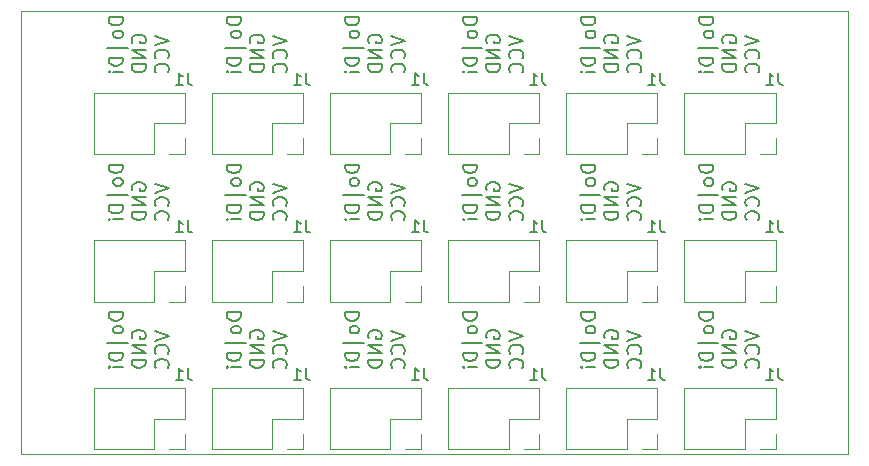
<source format=gbr>
G04 #@! TF.GenerationSoftware,KiCad,Pcbnew,5.1.10-88a1d61d58~90~ubuntu21.04.1*
G04 #@! TF.CreationDate,2021-10-15T10:06:39+02:00*
G04 #@! TF.ProjectId,IndicatorLeds,496e6469-6361-4746-9f72-4c6564732e6b,rev?*
G04 #@! TF.SameCoordinates,Original*
G04 #@! TF.FileFunction,Legend,Bot*
G04 #@! TF.FilePolarity,Positive*
%FSLAX46Y46*%
G04 Gerber Fmt 4.6, Leading zero omitted, Abs format (unit mm)*
G04 Created by KiCad (PCBNEW 5.1.10-88a1d61d58~90~ubuntu21.04.1) date 2021-10-15 10:06:39*
%MOMM*%
%LPD*%
G01*
G04 APERTURE LIST*
G04 #@! TA.AperFunction,Profile*
%ADD10C,0.100000*%
G04 #@! TD*
%ADD11C,0.150000*%
%ADD12C,0.120000*%
G04 APERTURE END LIST*
D10*
X45000000Y-49999000D02*
X110000000Y-49999000D01*
X45000000Y-87501000D02*
X45000000Y-49999000D01*
X115001000Y-87501000D02*
X45000000Y-87501000D01*
X115001000Y-49999000D02*
X115001000Y-87501000D01*
X110000000Y-49999000D02*
X115001000Y-49999000D01*
D11*
X103592883Y-75488225D02*
X102392883Y-75488225D01*
X102392883Y-75773939D01*
X102450026Y-75945368D01*
X102564311Y-76059653D01*
X102678597Y-76116796D01*
X102907168Y-76173939D01*
X103078597Y-76173939D01*
X103307168Y-76116796D01*
X103421454Y-76059653D01*
X103535740Y-75945368D01*
X103592883Y-75773939D01*
X103592883Y-75488225D01*
X103592883Y-76859653D02*
X103535740Y-76745368D01*
X103478597Y-76688225D01*
X103364311Y-76631082D01*
X103021454Y-76631082D01*
X102907168Y-76688225D01*
X102850026Y-76745368D01*
X102792883Y-76859653D01*
X102792883Y-77031082D01*
X102850026Y-77145368D01*
X102907168Y-77202511D01*
X103021454Y-77259653D01*
X103364311Y-77259653D01*
X103478597Y-77202511D01*
X103535740Y-77145368D01*
X103592883Y-77031082D01*
X103592883Y-76859653D01*
X103992883Y-78059653D02*
X102278597Y-78059653D01*
X103592883Y-78916796D02*
X102392883Y-78916796D01*
X102392883Y-79202511D01*
X102450026Y-79373939D01*
X102564311Y-79488225D01*
X102678597Y-79545368D01*
X102907168Y-79602511D01*
X103078597Y-79602511D01*
X103307168Y-79545368D01*
X103421454Y-79488225D01*
X103535740Y-79373939D01*
X103592883Y-79202511D01*
X103592883Y-78916796D01*
X103592883Y-80116796D02*
X102792883Y-80116796D01*
X102392883Y-80116796D02*
X102450026Y-80059653D01*
X102507168Y-80116796D01*
X102450026Y-80173939D01*
X102392883Y-80116796D01*
X102507168Y-80116796D01*
X104400026Y-77659653D02*
X104342883Y-77545368D01*
X104342883Y-77373939D01*
X104400026Y-77202511D01*
X104514311Y-77088225D01*
X104628597Y-77031082D01*
X104857168Y-76973939D01*
X105028597Y-76973939D01*
X105257168Y-77031082D01*
X105371454Y-77088225D01*
X105485740Y-77202511D01*
X105542883Y-77373939D01*
X105542883Y-77488225D01*
X105485740Y-77659653D01*
X105428597Y-77716796D01*
X105028597Y-77716796D01*
X105028597Y-77488225D01*
X105542883Y-78231082D02*
X104342883Y-78231082D01*
X105542883Y-78916796D01*
X104342883Y-78916796D01*
X105542883Y-79488225D02*
X104342883Y-79488225D01*
X104342883Y-79773939D01*
X104400026Y-79945368D01*
X104514311Y-80059653D01*
X104628597Y-80116796D01*
X104857168Y-80173939D01*
X105028597Y-80173939D01*
X105257168Y-80116796D01*
X105371454Y-80059653D01*
X105485740Y-79945368D01*
X105542883Y-79773939D01*
X105542883Y-79488225D01*
X106292883Y-77088225D02*
X107492883Y-77488225D01*
X106292883Y-77888225D01*
X107378597Y-78973939D02*
X107435740Y-78916796D01*
X107492883Y-78745368D01*
X107492883Y-78631082D01*
X107435740Y-78459653D01*
X107321454Y-78345368D01*
X107207168Y-78288225D01*
X106978597Y-78231082D01*
X106807168Y-78231082D01*
X106578597Y-78288225D01*
X106464311Y-78345368D01*
X106350026Y-78459653D01*
X106292883Y-78631082D01*
X106292883Y-78745368D01*
X106350026Y-78916796D01*
X106407168Y-78973939D01*
X107378597Y-80173939D02*
X107435740Y-80116796D01*
X107492883Y-79945368D01*
X107492883Y-79831082D01*
X107435740Y-79659653D01*
X107321454Y-79545368D01*
X107207168Y-79488225D01*
X106978597Y-79431082D01*
X106807168Y-79431082D01*
X106578597Y-79488225D01*
X106464311Y-79545368D01*
X106350026Y-79659653D01*
X106292883Y-79831082D01*
X106292883Y-79945368D01*
X106350026Y-80116796D01*
X106407168Y-80173939D01*
X93592878Y-75488225D02*
X92392878Y-75488225D01*
X92392878Y-75773939D01*
X92450021Y-75945368D01*
X92564306Y-76059653D01*
X92678592Y-76116796D01*
X92907163Y-76173939D01*
X93078592Y-76173939D01*
X93307163Y-76116796D01*
X93421449Y-76059653D01*
X93535735Y-75945368D01*
X93592878Y-75773939D01*
X93592878Y-75488225D01*
X93592878Y-76859653D02*
X93535735Y-76745368D01*
X93478592Y-76688225D01*
X93364306Y-76631082D01*
X93021449Y-76631082D01*
X92907163Y-76688225D01*
X92850021Y-76745368D01*
X92792878Y-76859653D01*
X92792878Y-77031082D01*
X92850021Y-77145368D01*
X92907163Y-77202511D01*
X93021449Y-77259653D01*
X93364306Y-77259653D01*
X93478592Y-77202511D01*
X93535735Y-77145368D01*
X93592878Y-77031082D01*
X93592878Y-76859653D01*
X93992878Y-78059653D02*
X92278592Y-78059653D01*
X93592878Y-78916796D02*
X92392878Y-78916796D01*
X92392878Y-79202511D01*
X92450021Y-79373939D01*
X92564306Y-79488225D01*
X92678592Y-79545368D01*
X92907163Y-79602511D01*
X93078592Y-79602511D01*
X93307163Y-79545368D01*
X93421449Y-79488225D01*
X93535735Y-79373939D01*
X93592878Y-79202511D01*
X93592878Y-78916796D01*
X93592878Y-80116796D02*
X92792878Y-80116796D01*
X92392878Y-80116796D02*
X92450021Y-80059653D01*
X92507163Y-80116796D01*
X92450021Y-80173939D01*
X92392878Y-80116796D01*
X92507163Y-80116796D01*
X94400021Y-77659653D02*
X94342878Y-77545368D01*
X94342878Y-77373939D01*
X94400021Y-77202511D01*
X94514306Y-77088225D01*
X94628592Y-77031082D01*
X94857163Y-76973939D01*
X95028592Y-76973939D01*
X95257163Y-77031082D01*
X95371449Y-77088225D01*
X95485735Y-77202511D01*
X95542878Y-77373939D01*
X95542878Y-77488225D01*
X95485735Y-77659653D01*
X95428592Y-77716796D01*
X95028592Y-77716796D01*
X95028592Y-77488225D01*
X95542878Y-78231082D02*
X94342878Y-78231082D01*
X95542878Y-78916796D01*
X94342878Y-78916796D01*
X95542878Y-79488225D02*
X94342878Y-79488225D01*
X94342878Y-79773939D01*
X94400021Y-79945368D01*
X94514306Y-80059653D01*
X94628592Y-80116796D01*
X94857163Y-80173939D01*
X95028592Y-80173939D01*
X95257163Y-80116796D01*
X95371449Y-80059653D01*
X95485735Y-79945368D01*
X95542878Y-79773939D01*
X95542878Y-79488225D01*
X96292878Y-77088225D02*
X97492878Y-77488225D01*
X96292878Y-77888225D01*
X97378592Y-78973939D02*
X97435735Y-78916796D01*
X97492878Y-78745368D01*
X97492878Y-78631082D01*
X97435735Y-78459653D01*
X97321449Y-78345368D01*
X97207163Y-78288225D01*
X96978592Y-78231082D01*
X96807163Y-78231082D01*
X96578592Y-78288225D01*
X96464306Y-78345368D01*
X96350021Y-78459653D01*
X96292878Y-78631082D01*
X96292878Y-78745368D01*
X96350021Y-78916796D01*
X96407163Y-78973939D01*
X97378592Y-80173939D02*
X97435735Y-80116796D01*
X97492878Y-79945368D01*
X97492878Y-79831082D01*
X97435735Y-79659653D01*
X97321449Y-79545368D01*
X97207163Y-79488225D01*
X96978592Y-79431082D01*
X96807163Y-79431082D01*
X96578592Y-79488225D01*
X96464306Y-79545368D01*
X96350021Y-79659653D01*
X96292878Y-79831082D01*
X96292878Y-79945368D01*
X96350021Y-80116796D01*
X96407163Y-80173939D01*
X83592873Y-75488225D02*
X82392873Y-75488225D01*
X82392873Y-75773939D01*
X82450016Y-75945368D01*
X82564301Y-76059653D01*
X82678587Y-76116796D01*
X82907158Y-76173939D01*
X83078587Y-76173939D01*
X83307158Y-76116796D01*
X83421444Y-76059653D01*
X83535730Y-75945368D01*
X83592873Y-75773939D01*
X83592873Y-75488225D01*
X83592873Y-76859653D02*
X83535730Y-76745368D01*
X83478587Y-76688225D01*
X83364301Y-76631082D01*
X83021444Y-76631082D01*
X82907158Y-76688225D01*
X82850016Y-76745368D01*
X82792873Y-76859653D01*
X82792873Y-77031082D01*
X82850016Y-77145368D01*
X82907158Y-77202511D01*
X83021444Y-77259653D01*
X83364301Y-77259653D01*
X83478587Y-77202511D01*
X83535730Y-77145368D01*
X83592873Y-77031082D01*
X83592873Y-76859653D01*
X83992873Y-78059653D02*
X82278587Y-78059653D01*
X83592873Y-78916796D02*
X82392873Y-78916796D01*
X82392873Y-79202511D01*
X82450016Y-79373939D01*
X82564301Y-79488225D01*
X82678587Y-79545368D01*
X82907158Y-79602511D01*
X83078587Y-79602511D01*
X83307158Y-79545368D01*
X83421444Y-79488225D01*
X83535730Y-79373939D01*
X83592873Y-79202511D01*
X83592873Y-78916796D01*
X83592873Y-80116796D02*
X82792873Y-80116796D01*
X82392873Y-80116796D02*
X82450016Y-80059653D01*
X82507158Y-80116796D01*
X82450016Y-80173939D01*
X82392873Y-80116796D01*
X82507158Y-80116796D01*
X84400016Y-77659653D02*
X84342873Y-77545368D01*
X84342873Y-77373939D01*
X84400016Y-77202511D01*
X84514301Y-77088225D01*
X84628587Y-77031082D01*
X84857158Y-76973939D01*
X85028587Y-76973939D01*
X85257158Y-77031082D01*
X85371444Y-77088225D01*
X85485730Y-77202511D01*
X85542873Y-77373939D01*
X85542873Y-77488225D01*
X85485730Y-77659653D01*
X85428587Y-77716796D01*
X85028587Y-77716796D01*
X85028587Y-77488225D01*
X85542873Y-78231082D02*
X84342873Y-78231082D01*
X85542873Y-78916796D01*
X84342873Y-78916796D01*
X85542873Y-79488225D02*
X84342873Y-79488225D01*
X84342873Y-79773939D01*
X84400016Y-79945368D01*
X84514301Y-80059653D01*
X84628587Y-80116796D01*
X84857158Y-80173939D01*
X85028587Y-80173939D01*
X85257158Y-80116796D01*
X85371444Y-80059653D01*
X85485730Y-79945368D01*
X85542873Y-79773939D01*
X85542873Y-79488225D01*
X86292873Y-77088225D02*
X87492873Y-77488225D01*
X86292873Y-77888225D01*
X87378587Y-78973939D02*
X87435730Y-78916796D01*
X87492873Y-78745368D01*
X87492873Y-78631082D01*
X87435730Y-78459653D01*
X87321444Y-78345368D01*
X87207158Y-78288225D01*
X86978587Y-78231082D01*
X86807158Y-78231082D01*
X86578587Y-78288225D01*
X86464301Y-78345368D01*
X86350016Y-78459653D01*
X86292873Y-78631082D01*
X86292873Y-78745368D01*
X86350016Y-78916796D01*
X86407158Y-78973939D01*
X87378587Y-80173939D02*
X87435730Y-80116796D01*
X87492873Y-79945368D01*
X87492873Y-79831082D01*
X87435730Y-79659653D01*
X87321444Y-79545368D01*
X87207158Y-79488225D01*
X86978587Y-79431082D01*
X86807158Y-79431082D01*
X86578587Y-79488225D01*
X86464301Y-79545368D01*
X86350016Y-79659653D01*
X86292873Y-79831082D01*
X86292873Y-79945368D01*
X86350016Y-80116796D01*
X86407158Y-80173939D01*
X73592868Y-75488225D02*
X72392868Y-75488225D01*
X72392868Y-75773939D01*
X72450011Y-75945368D01*
X72564296Y-76059653D01*
X72678582Y-76116796D01*
X72907153Y-76173939D01*
X73078582Y-76173939D01*
X73307153Y-76116796D01*
X73421439Y-76059653D01*
X73535725Y-75945368D01*
X73592868Y-75773939D01*
X73592868Y-75488225D01*
X73592868Y-76859653D02*
X73535725Y-76745368D01*
X73478582Y-76688225D01*
X73364296Y-76631082D01*
X73021439Y-76631082D01*
X72907153Y-76688225D01*
X72850011Y-76745368D01*
X72792868Y-76859653D01*
X72792868Y-77031082D01*
X72850011Y-77145368D01*
X72907153Y-77202511D01*
X73021439Y-77259653D01*
X73364296Y-77259653D01*
X73478582Y-77202511D01*
X73535725Y-77145368D01*
X73592868Y-77031082D01*
X73592868Y-76859653D01*
X73992868Y-78059653D02*
X72278582Y-78059653D01*
X73592868Y-78916796D02*
X72392868Y-78916796D01*
X72392868Y-79202511D01*
X72450011Y-79373939D01*
X72564296Y-79488225D01*
X72678582Y-79545368D01*
X72907153Y-79602511D01*
X73078582Y-79602511D01*
X73307153Y-79545368D01*
X73421439Y-79488225D01*
X73535725Y-79373939D01*
X73592868Y-79202511D01*
X73592868Y-78916796D01*
X73592868Y-80116796D02*
X72792868Y-80116796D01*
X72392868Y-80116796D02*
X72450011Y-80059653D01*
X72507153Y-80116796D01*
X72450011Y-80173939D01*
X72392868Y-80116796D01*
X72507153Y-80116796D01*
X74400011Y-77659653D02*
X74342868Y-77545368D01*
X74342868Y-77373939D01*
X74400011Y-77202511D01*
X74514296Y-77088225D01*
X74628582Y-77031082D01*
X74857153Y-76973939D01*
X75028582Y-76973939D01*
X75257153Y-77031082D01*
X75371439Y-77088225D01*
X75485725Y-77202511D01*
X75542868Y-77373939D01*
X75542868Y-77488225D01*
X75485725Y-77659653D01*
X75428582Y-77716796D01*
X75028582Y-77716796D01*
X75028582Y-77488225D01*
X75542868Y-78231082D02*
X74342868Y-78231082D01*
X75542868Y-78916796D01*
X74342868Y-78916796D01*
X75542868Y-79488225D02*
X74342868Y-79488225D01*
X74342868Y-79773939D01*
X74400011Y-79945368D01*
X74514296Y-80059653D01*
X74628582Y-80116796D01*
X74857153Y-80173939D01*
X75028582Y-80173939D01*
X75257153Y-80116796D01*
X75371439Y-80059653D01*
X75485725Y-79945368D01*
X75542868Y-79773939D01*
X75542868Y-79488225D01*
X76292868Y-77088225D02*
X77492868Y-77488225D01*
X76292868Y-77888225D01*
X77378582Y-78973939D02*
X77435725Y-78916796D01*
X77492868Y-78745368D01*
X77492868Y-78631082D01*
X77435725Y-78459653D01*
X77321439Y-78345368D01*
X77207153Y-78288225D01*
X76978582Y-78231082D01*
X76807153Y-78231082D01*
X76578582Y-78288225D01*
X76464296Y-78345368D01*
X76350011Y-78459653D01*
X76292868Y-78631082D01*
X76292868Y-78745368D01*
X76350011Y-78916796D01*
X76407153Y-78973939D01*
X77378582Y-80173939D02*
X77435725Y-80116796D01*
X77492868Y-79945368D01*
X77492868Y-79831082D01*
X77435725Y-79659653D01*
X77321439Y-79545368D01*
X77207153Y-79488225D01*
X76978582Y-79431082D01*
X76807153Y-79431082D01*
X76578582Y-79488225D01*
X76464296Y-79545368D01*
X76350011Y-79659653D01*
X76292868Y-79831082D01*
X76292868Y-79945368D01*
X76350011Y-80116796D01*
X76407153Y-80173939D01*
X63592863Y-75488225D02*
X62392863Y-75488225D01*
X62392863Y-75773939D01*
X62450006Y-75945368D01*
X62564291Y-76059653D01*
X62678577Y-76116796D01*
X62907148Y-76173939D01*
X63078577Y-76173939D01*
X63307148Y-76116796D01*
X63421434Y-76059653D01*
X63535720Y-75945368D01*
X63592863Y-75773939D01*
X63592863Y-75488225D01*
X63592863Y-76859653D02*
X63535720Y-76745368D01*
X63478577Y-76688225D01*
X63364291Y-76631082D01*
X63021434Y-76631082D01*
X62907148Y-76688225D01*
X62850006Y-76745368D01*
X62792863Y-76859653D01*
X62792863Y-77031082D01*
X62850006Y-77145368D01*
X62907148Y-77202511D01*
X63021434Y-77259653D01*
X63364291Y-77259653D01*
X63478577Y-77202511D01*
X63535720Y-77145368D01*
X63592863Y-77031082D01*
X63592863Y-76859653D01*
X63992863Y-78059653D02*
X62278577Y-78059653D01*
X63592863Y-78916796D02*
X62392863Y-78916796D01*
X62392863Y-79202511D01*
X62450006Y-79373939D01*
X62564291Y-79488225D01*
X62678577Y-79545368D01*
X62907148Y-79602511D01*
X63078577Y-79602511D01*
X63307148Y-79545368D01*
X63421434Y-79488225D01*
X63535720Y-79373939D01*
X63592863Y-79202511D01*
X63592863Y-78916796D01*
X63592863Y-80116796D02*
X62792863Y-80116796D01*
X62392863Y-80116796D02*
X62450006Y-80059653D01*
X62507148Y-80116796D01*
X62450006Y-80173939D01*
X62392863Y-80116796D01*
X62507148Y-80116796D01*
X64400006Y-77659653D02*
X64342863Y-77545368D01*
X64342863Y-77373939D01*
X64400006Y-77202511D01*
X64514291Y-77088225D01*
X64628577Y-77031082D01*
X64857148Y-76973939D01*
X65028577Y-76973939D01*
X65257148Y-77031082D01*
X65371434Y-77088225D01*
X65485720Y-77202511D01*
X65542863Y-77373939D01*
X65542863Y-77488225D01*
X65485720Y-77659653D01*
X65428577Y-77716796D01*
X65028577Y-77716796D01*
X65028577Y-77488225D01*
X65542863Y-78231082D02*
X64342863Y-78231082D01*
X65542863Y-78916796D01*
X64342863Y-78916796D01*
X65542863Y-79488225D02*
X64342863Y-79488225D01*
X64342863Y-79773939D01*
X64400006Y-79945368D01*
X64514291Y-80059653D01*
X64628577Y-80116796D01*
X64857148Y-80173939D01*
X65028577Y-80173939D01*
X65257148Y-80116796D01*
X65371434Y-80059653D01*
X65485720Y-79945368D01*
X65542863Y-79773939D01*
X65542863Y-79488225D01*
X66292863Y-77088225D02*
X67492863Y-77488225D01*
X66292863Y-77888225D01*
X67378577Y-78973939D02*
X67435720Y-78916796D01*
X67492863Y-78745368D01*
X67492863Y-78631082D01*
X67435720Y-78459653D01*
X67321434Y-78345368D01*
X67207148Y-78288225D01*
X66978577Y-78231082D01*
X66807148Y-78231082D01*
X66578577Y-78288225D01*
X66464291Y-78345368D01*
X66350006Y-78459653D01*
X66292863Y-78631082D01*
X66292863Y-78745368D01*
X66350006Y-78916796D01*
X66407148Y-78973939D01*
X67378577Y-80173939D02*
X67435720Y-80116796D01*
X67492863Y-79945368D01*
X67492863Y-79831082D01*
X67435720Y-79659653D01*
X67321434Y-79545368D01*
X67207148Y-79488225D01*
X66978577Y-79431082D01*
X66807148Y-79431082D01*
X66578577Y-79488225D01*
X66464291Y-79545368D01*
X66350006Y-79659653D01*
X66292863Y-79831082D01*
X66292863Y-79945368D01*
X66350006Y-80116796D01*
X66407148Y-80173939D01*
X53592858Y-75488225D02*
X52392858Y-75488225D01*
X52392858Y-75773939D01*
X52450001Y-75945368D01*
X52564286Y-76059653D01*
X52678572Y-76116796D01*
X52907143Y-76173939D01*
X53078572Y-76173939D01*
X53307143Y-76116796D01*
X53421429Y-76059653D01*
X53535715Y-75945368D01*
X53592858Y-75773939D01*
X53592858Y-75488225D01*
X53592858Y-76859653D02*
X53535715Y-76745368D01*
X53478572Y-76688225D01*
X53364286Y-76631082D01*
X53021429Y-76631082D01*
X52907143Y-76688225D01*
X52850001Y-76745368D01*
X52792858Y-76859653D01*
X52792858Y-77031082D01*
X52850001Y-77145368D01*
X52907143Y-77202511D01*
X53021429Y-77259653D01*
X53364286Y-77259653D01*
X53478572Y-77202511D01*
X53535715Y-77145368D01*
X53592858Y-77031082D01*
X53592858Y-76859653D01*
X53992858Y-78059653D02*
X52278572Y-78059653D01*
X53592858Y-78916796D02*
X52392858Y-78916796D01*
X52392858Y-79202511D01*
X52450001Y-79373939D01*
X52564286Y-79488225D01*
X52678572Y-79545368D01*
X52907143Y-79602511D01*
X53078572Y-79602511D01*
X53307143Y-79545368D01*
X53421429Y-79488225D01*
X53535715Y-79373939D01*
X53592858Y-79202511D01*
X53592858Y-78916796D01*
X53592858Y-80116796D02*
X52792858Y-80116796D01*
X52392858Y-80116796D02*
X52450001Y-80059653D01*
X52507143Y-80116796D01*
X52450001Y-80173939D01*
X52392858Y-80116796D01*
X52507143Y-80116796D01*
X54400001Y-77659653D02*
X54342858Y-77545368D01*
X54342858Y-77373939D01*
X54400001Y-77202511D01*
X54514286Y-77088225D01*
X54628572Y-77031082D01*
X54857143Y-76973939D01*
X55028572Y-76973939D01*
X55257143Y-77031082D01*
X55371429Y-77088225D01*
X55485715Y-77202511D01*
X55542858Y-77373939D01*
X55542858Y-77488225D01*
X55485715Y-77659653D01*
X55428572Y-77716796D01*
X55028572Y-77716796D01*
X55028572Y-77488225D01*
X55542858Y-78231082D02*
X54342858Y-78231082D01*
X55542858Y-78916796D01*
X54342858Y-78916796D01*
X55542858Y-79488225D02*
X54342858Y-79488225D01*
X54342858Y-79773939D01*
X54400001Y-79945368D01*
X54514286Y-80059653D01*
X54628572Y-80116796D01*
X54857143Y-80173939D01*
X55028572Y-80173939D01*
X55257143Y-80116796D01*
X55371429Y-80059653D01*
X55485715Y-79945368D01*
X55542858Y-79773939D01*
X55542858Y-79488225D01*
X56292858Y-77088225D02*
X57492858Y-77488225D01*
X56292858Y-77888225D01*
X57378572Y-78973939D02*
X57435715Y-78916796D01*
X57492858Y-78745368D01*
X57492858Y-78631082D01*
X57435715Y-78459653D01*
X57321429Y-78345368D01*
X57207143Y-78288225D01*
X56978572Y-78231082D01*
X56807143Y-78231082D01*
X56578572Y-78288225D01*
X56464286Y-78345368D01*
X56350001Y-78459653D01*
X56292858Y-78631082D01*
X56292858Y-78745368D01*
X56350001Y-78916796D01*
X56407143Y-78973939D01*
X57378572Y-80173939D02*
X57435715Y-80116796D01*
X57492858Y-79945368D01*
X57492858Y-79831082D01*
X57435715Y-79659653D01*
X57321429Y-79545368D01*
X57207143Y-79488225D01*
X56978572Y-79431082D01*
X56807143Y-79431082D01*
X56578572Y-79488225D01*
X56464286Y-79545368D01*
X56350001Y-79659653D01*
X56292858Y-79831082D01*
X56292858Y-79945368D01*
X56350001Y-80116796D01*
X56407143Y-80173939D01*
X103592883Y-62988220D02*
X102392883Y-62988220D01*
X102392883Y-63273934D01*
X102450026Y-63445363D01*
X102564311Y-63559648D01*
X102678597Y-63616791D01*
X102907168Y-63673934D01*
X103078597Y-63673934D01*
X103307168Y-63616791D01*
X103421454Y-63559648D01*
X103535740Y-63445363D01*
X103592883Y-63273934D01*
X103592883Y-62988220D01*
X103592883Y-64359648D02*
X103535740Y-64245363D01*
X103478597Y-64188220D01*
X103364311Y-64131077D01*
X103021454Y-64131077D01*
X102907168Y-64188220D01*
X102850026Y-64245363D01*
X102792883Y-64359648D01*
X102792883Y-64531077D01*
X102850026Y-64645363D01*
X102907168Y-64702506D01*
X103021454Y-64759648D01*
X103364311Y-64759648D01*
X103478597Y-64702506D01*
X103535740Y-64645363D01*
X103592883Y-64531077D01*
X103592883Y-64359648D01*
X103992883Y-65559648D02*
X102278597Y-65559648D01*
X103592883Y-66416791D02*
X102392883Y-66416791D01*
X102392883Y-66702506D01*
X102450026Y-66873934D01*
X102564311Y-66988220D01*
X102678597Y-67045363D01*
X102907168Y-67102506D01*
X103078597Y-67102506D01*
X103307168Y-67045363D01*
X103421454Y-66988220D01*
X103535740Y-66873934D01*
X103592883Y-66702506D01*
X103592883Y-66416791D01*
X103592883Y-67616791D02*
X102792883Y-67616791D01*
X102392883Y-67616791D02*
X102450026Y-67559648D01*
X102507168Y-67616791D01*
X102450026Y-67673934D01*
X102392883Y-67616791D01*
X102507168Y-67616791D01*
X104400026Y-65159648D02*
X104342883Y-65045363D01*
X104342883Y-64873934D01*
X104400026Y-64702506D01*
X104514311Y-64588220D01*
X104628597Y-64531077D01*
X104857168Y-64473934D01*
X105028597Y-64473934D01*
X105257168Y-64531077D01*
X105371454Y-64588220D01*
X105485740Y-64702506D01*
X105542883Y-64873934D01*
X105542883Y-64988220D01*
X105485740Y-65159648D01*
X105428597Y-65216791D01*
X105028597Y-65216791D01*
X105028597Y-64988220D01*
X105542883Y-65731077D02*
X104342883Y-65731077D01*
X105542883Y-66416791D01*
X104342883Y-66416791D01*
X105542883Y-66988220D02*
X104342883Y-66988220D01*
X104342883Y-67273934D01*
X104400026Y-67445363D01*
X104514311Y-67559648D01*
X104628597Y-67616791D01*
X104857168Y-67673934D01*
X105028597Y-67673934D01*
X105257168Y-67616791D01*
X105371454Y-67559648D01*
X105485740Y-67445363D01*
X105542883Y-67273934D01*
X105542883Y-66988220D01*
X106292883Y-64588220D02*
X107492883Y-64988220D01*
X106292883Y-65388220D01*
X107378597Y-66473934D02*
X107435740Y-66416791D01*
X107492883Y-66245363D01*
X107492883Y-66131077D01*
X107435740Y-65959648D01*
X107321454Y-65845363D01*
X107207168Y-65788220D01*
X106978597Y-65731077D01*
X106807168Y-65731077D01*
X106578597Y-65788220D01*
X106464311Y-65845363D01*
X106350026Y-65959648D01*
X106292883Y-66131077D01*
X106292883Y-66245363D01*
X106350026Y-66416791D01*
X106407168Y-66473934D01*
X107378597Y-67673934D02*
X107435740Y-67616791D01*
X107492883Y-67445363D01*
X107492883Y-67331077D01*
X107435740Y-67159648D01*
X107321454Y-67045363D01*
X107207168Y-66988220D01*
X106978597Y-66931077D01*
X106807168Y-66931077D01*
X106578597Y-66988220D01*
X106464311Y-67045363D01*
X106350026Y-67159648D01*
X106292883Y-67331077D01*
X106292883Y-67445363D01*
X106350026Y-67616791D01*
X106407168Y-67673934D01*
X93592878Y-62988220D02*
X92392878Y-62988220D01*
X92392878Y-63273934D01*
X92450021Y-63445363D01*
X92564306Y-63559648D01*
X92678592Y-63616791D01*
X92907163Y-63673934D01*
X93078592Y-63673934D01*
X93307163Y-63616791D01*
X93421449Y-63559648D01*
X93535735Y-63445363D01*
X93592878Y-63273934D01*
X93592878Y-62988220D01*
X93592878Y-64359648D02*
X93535735Y-64245363D01*
X93478592Y-64188220D01*
X93364306Y-64131077D01*
X93021449Y-64131077D01*
X92907163Y-64188220D01*
X92850021Y-64245363D01*
X92792878Y-64359648D01*
X92792878Y-64531077D01*
X92850021Y-64645363D01*
X92907163Y-64702506D01*
X93021449Y-64759648D01*
X93364306Y-64759648D01*
X93478592Y-64702506D01*
X93535735Y-64645363D01*
X93592878Y-64531077D01*
X93592878Y-64359648D01*
X93992878Y-65559648D02*
X92278592Y-65559648D01*
X93592878Y-66416791D02*
X92392878Y-66416791D01*
X92392878Y-66702506D01*
X92450021Y-66873934D01*
X92564306Y-66988220D01*
X92678592Y-67045363D01*
X92907163Y-67102506D01*
X93078592Y-67102506D01*
X93307163Y-67045363D01*
X93421449Y-66988220D01*
X93535735Y-66873934D01*
X93592878Y-66702506D01*
X93592878Y-66416791D01*
X93592878Y-67616791D02*
X92792878Y-67616791D01*
X92392878Y-67616791D02*
X92450021Y-67559648D01*
X92507163Y-67616791D01*
X92450021Y-67673934D01*
X92392878Y-67616791D01*
X92507163Y-67616791D01*
X94400021Y-65159648D02*
X94342878Y-65045363D01*
X94342878Y-64873934D01*
X94400021Y-64702506D01*
X94514306Y-64588220D01*
X94628592Y-64531077D01*
X94857163Y-64473934D01*
X95028592Y-64473934D01*
X95257163Y-64531077D01*
X95371449Y-64588220D01*
X95485735Y-64702506D01*
X95542878Y-64873934D01*
X95542878Y-64988220D01*
X95485735Y-65159648D01*
X95428592Y-65216791D01*
X95028592Y-65216791D01*
X95028592Y-64988220D01*
X95542878Y-65731077D02*
X94342878Y-65731077D01*
X95542878Y-66416791D01*
X94342878Y-66416791D01*
X95542878Y-66988220D02*
X94342878Y-66988220D01*
X94342878Y-67273934D01*
X94400021Y-67445363D01*
X94514306Y-67559648D01*
X94628592Y-67616791D01*
X94857163Y-67673934D01*
X95028592Y-67673934D01*
X95257163Y-67616791D01*
X95371449Y-67559648D01*
X95485735Y-67445363D01*
X95542878Y-67273934D01*
X95542878Y-66988220D01*
X96292878Y-64588220D02*
X97492878Y-64988220D01*
X96292878Y-65388220D01*
X97378592Y-66473934D02*
X97435735Y-66416791D01*
X97492878Y-66245363D01*
X97492878Y-66131077D01*
X97435735Y-65959648D01*
X97321449Y-65845363D01*
X97207163Y-65788220D01*
X96978592Y-65731077D01*
X96807163Y-65731077D01*
X96578592Y-65788220D01*
X96464306Y-65845363D01*
X96350021Y-65959648D01*
X96292878Y-66131077D01*
X96292878Y-66245363D01*
X96350021Y-66416791D01*
X96407163Y-66473934D01*
X97378592Y-67673934D02*
X97435735Y-67616791D01*
X97492878Y-67445363D01*
X97492878Y-67331077D01*
X97435735Y-67159648D01*
X97321449Y-67045363D01*
X97207163Y-66988220D01*
X96978592Y-66931077D01*
X96807163Y-66931077D01*
X96578592Y-66988220D01*
X96464306Y-67045363D01*
X96350021Y-67159648D01*
X96292878Y-67331077D01*
X96292878Y-67445363D01*
X96350021Y-67616791D01*
X96407163Y-67673934D01*
X83592873Y-62988220D02*
X82392873Y-62988220D01*
X82392873Y-63273934D01*
X82450016Y-63445363D01*
X82564301Y-63559648D01*
X82678587Y-63616791D01*
X82907158Y-63673934D01*
X83078587Y-63673934D01*
X83307158Y-63616791D01*
X83421444Y-63559648D01*
X83535730Y-63445363D01*
X83592873Y-63273934D01*
X83592873Y-62988220D01*
X83592873Y-64359648D02*
X83535730Y-64245363D01*
X83478587Y-64188220D01*
X83364301Y-64131077D01*
X83021444Y-64131077D01*
X82907158Y-64188220D01*
X82850016Y-64245363D01*
X82792873Y-64359648D01*
X82792873Y-64531077D01*
X82850016Y-64645363D01*
X82907158Y-64702506D01*
X83021444Y-64759648D01*
X83364301Y-64759648D01*
X83478587Y-64702506D01*
X83535730Y-64645363D01*
X83592873Y-64531077D01*
X83592873Y-64359648D01*
X83992873Y-65559648D02*
X82278587Y-65559648D01*
X83592873Y-66416791D02*
X82392873Y-66416791D01*
X82392873Y-66702506D01*
X82450016Y-66873934D01*
X82564301Y-66988220D01*
X82678587Y-67045363D01*
X82907158Y-67102506D01*
X83078587Y-67102506D01*
X83307158Y-67045363D01*
X83421444Y-66988220D01*
X83535730Y-66873934D01*
X83592873Y-66702506D01*
X83592873Y-66416791D01*
X83592873Y-67616791D02*
X82792873Y-67616791D01*
X82392873Y-67616791D02*
X82450016Y-67559648D01*
X82507158Y-67616791D01*
X82450016Y-67673934D01*
X82392873Y-67616791D01*
X82507158Y-67616791D01*
X84400016Y-65159648D02*
X84342873Y-65045363D01*
X84342873Y-64873934D01*
X84400016Y-64702506D01*
X84514301Y-64588220D01*
X84628587Y-64531077D01*
X84857158Y-64473934D01*
X85028587Y-64473934D01*
X85257158Y-64531077D01*
X85371444Y-64588220D01*
X85485730Y-64702506D01*
X85542873Y-64873934D01*
X85542873Y-64988220D01*
X85485730Y-65159648D01*
X85428587Y-65216791D01*
X85028587Y-65216791D01*
X85028587Y-64988220D01*
X85542873Y-65731077D02*
X84342873Y-65731077D01*
X85542873Y-66416791D01*
X84342873Y-66416791D01*
X85542873Y-66988220D02*
X84342873Y-66988220D01*
X84342873Y-67273934D01*
X84400016Y-67445363D01*
X84514301Y-67559648D01*
X84628587Y-67616791D01*
X84857158Y-67673934D01*
X85028587Y-67673934D01*
X85257158Y-67616791D01*
X85371444Y-67559648D01*
X85485730Y-67445363D01*
X85542873Y-67273934D01*
X85542873Y-66988220D01*
X86292873Y-64588220D02*
X87492873Y-64988220D01*
X86292873Y-65388220D01*
X87378587Y-66473934D02*
X87435730Y-66416791D01*
X87492873Y-66245363D01*
X87492873Y-66131077D01*
X87435730Y-65959648D01*
X87321444Y-65845363D01*
X87207158Y-65788220D01*
X86978587Y-65731077D01*
X86807158Y-65731077D01*
X86578587Y-65788220D01*
X86464301Y-65845363D01*
X86350016Y-65959648D01*
X86292873Y-66131077D01*
X86292873Y-66245363D01*
X86350016Y-66416791D01*
X86407158Y-66473934D01*
X87378587Y-67673934D02*
X87435730Y-67616791D01*
X87492873Y-67445363D01*
X87492873Y-67331077D01*
X87435730Y-67159648D01*
X87321444Y-67045363D01*
X87207158Y-66988220D01*
X86978587Y-66931077D01*
X86807158Y-66931077D01*
X86578587Y-66988220D01*
X86464301Y-67045363D01*
X86350016Y-67159648D01*
X86292873Y-67331077D01*
X86292873Y-67445363D01*
X86350016Y-67616791D01*
X86407158Y-67673934D01*
X73592868Y-62988220D02*
X72392868Y-62988220D01*
X72392868Y-63273934D01*
X72450011Y-63445363D01*
X72564296Y-63559648D01*
X72678582Y-63616791D01*
X72907153Y-63673934D01*
X73078582Y-63673934D01*
X73307153Y-63616791D01*
X73421439Y-63559648D01*
X73535725Y-63445363D01*
X73592868Y-63273934D01*
X73592868Y-62988220D01*
X73592868Y-64359648D02*
X73535725Y-64245363D01*
X73478582Y-64188220D01*
X73364296Y-64131077D01*
X73021439Y-64131077D01*
X72907153Y-64188220D01*
X72850011Y-64245363D01*
X72792868Y-64359648D01*
X72792868Y-64531077D01*
X72850011Y-64645363D01*
X72907153Y-64702506D01*
X73021439Y-64759648D01*
X73364296Y-64759648D01*
X73478582Y-64702506D01*
X73535725Y-64645363D01*
X73592868Y-64531077D01*
X73592868Y-64359648D01*
X73992868Y-65559648D02*
X72278582Y-65559648D01*
X73592868Y-66416791D02*
X72392868Y-66416791D01*
X72392868Y-66702506D01*
X72450011Y-66873934D01*
X72564296Y-66988220D01*
X72678582Y-67045363D01*
X72907153Y-67102506D01*
X73078582Y-67102506D01*
X73307153Y-67045363D01*
X73421439Y-66988220D01*
X73535725Y-66873934D01*
X73592868Y-66702506D01*
X73592868Y-66416791D01*
X73592868Y-67616791D02*
X72792868Y-67616791D01*
X72392868Y-67616791D02*
X72450011Y-67559648D01*
X72507153Y-67616791D01*
X72450011Y-67673934D01*
X72392868Y-67616791D01*
X72507153Y-67616791D01*
X74400011Y-65159648D02*
X74342868Y-65045363D01*
X74342868Y-64873934D01*
X74400011Y-64702506D01*
X74514296Y-64588220D01*
X74628582Y-64531077D01*
X74857153Y-64473934D01*
X75028582Y-64473934D01*
X75257153Y-64531077D01*
X75371439Y-64588220D01*
X75485725Y-64702506D01*
X75542868Y-64873934D01*
X75542868Y-64988220D01*
X75485725Y-65159648D01*
X75428582Y-65216791D01*
X75028582Y-65216791D01*
X75028582Y-64988220D01*
X75542868Y-65731077D02*
X74342868Y-65731077D01*
X75542868Y-66416791D01*
X74342868Y-66416791D01*
X75542868Y-66988220D02*
X74342868Y-66988220D01*
X74342868Y-67273934D01*
X74400011Y-67445363D01*
X74514296Y-67559648D01*
X74628582Y-67616791D01*
X74857153Y-67673934D01*
X75028582Y-67673934D01*
X75257153Y-67616791D01*
X75371439Y-67559648D01*
X75485725Y-67445363D01*
X75542868Y-67273934D01*
X75542868Y-66988220D01*
X76292868Y-64588220D02*
X77492868Y-64988220D01*
X76292868Y-65388220D01*
X77378582Y-66473934D02*
X77435725Y-66416791D01*
X77492868Y-66245363D01*
X77492868Y-66131077D01*
X77435725Y-65959648D01*
X77321439Y-65845363D01*
X77207153Y-65788220D01*
X76978582Y-65731077D01*
X76807153Y-65731077D01*
X76578582Y-65788220D01*
X76464296Y-65845363D01*
X76350011Y-65959648D01*
X76292868Y-66131077D01*
X76292868Y-66245363D01*
X76350011Y-66416791D01*
X76407153Y-66473934D01*
X77378582Y-67673934D02*
X77435725Y-67616791D01*
X77492868Y-67445363D01*
X77492868Y-67331077D01*
X77435725Y-67159648D01*
X77321439Y-67045363D01*
X77207153Y-66988220D01*
X76978582Y-66931077D01*
X76807153Y-66931077D01*
X76578582Y-66988220D01*
X76464296Y-67045363D01*
X76350011Y-67159648D01*
X76292868Y-67331077D01*
X76292868Y-67445363D01*
X76350011Y-67616791D01*
X76407153Y-67673934D01*
X63592863Y-62988220D02*
X62392863Y-62988220D01*
X62392863Y-63273934D01*
X62450006Y-63445363D01*
X62564291Y-63559648D01*
X62678577Y-63616791D01*
X62907148Y-63673934D01*
X63078577Y-63673934D01*
X63307148Y-63616791D01*
X63421434Y-63559648D01*
X63535720Y-63445363D01*
X63592863Y-63273934D01*
X63592863Y-62988220D01*
X63592863Y-64359648D02*
X63535720Y-64245363D01*
X63478577Y-64188220D01*
X63364291Y-64131077D01*
X63021434Y-64131077D01*
X62907148Y-64188220D01*
X62850006Y-64245363D01*
X62792863Y-64359648D01*
X62792863Y-64531077D01*
X62850006Y-64645363D01*
X62907148Y-64702506D01*
X63021434Y-64759648D01*
X63364291Y-64759648D01*
X63478577Y-64702506D01*
X63535720Y-64645363D01*
X63592863Y-64531077D01*
X63592863Y-64359648D01*
X63992863Y-65559648D02*
X62278577Y-65559648D01*
X63592863Y-66416791D02*
X62392863Y-66416791D01*
X62392863Y-66702506D01*
X62450006Y-66873934D01*
X62564291Y-66988220D01*
X62678577Y-67045363D01*
X62907148Y-67102506D01*
X63078577Y-67102506D01*
X63307148Y-67045363D01*
X63421434Y-66988220D01*
X63535720Y-66873934D01*
X63592863Y-66702506D01*
X63592863Y-66416791D01*
X63592863Y-67616791D02*
X62792863Y-67616791D01*
X62392863Y-67616791D02*
X62450006Y-67559648D01*
X62507148Y-67616791D01*
X62450006Y-67673934D01*
X62392863Y-67616791D01*
X62507148Y-67616791D01*
X64400006Y-65159648D02*
X64342863Y-65045363D01*
X64342863Y-64873934D01*
X64400006Y-64702506D01*
X64514291Y-64588220D01*
X64628577Y-64531077D01*
X64857148Y-64473934D01*
X65028577Y-64473934D01*
X65257148Y-64531077D01*
X65371434Y-64588220D01*
X65485720Y-64702506D01*
X65542863Y-64873934D01*
X65542863Y-64988220D01*
X65485720Y-65159648D01*
X65428577Y-65216791D01*
X65028577Y-65216791D01*
X65028577Y-64988220D01*
X65542863Y-65731077D02*
X64342863Y-65731077D01*
X65542863Y-66416791D01*
X64342863Y-66416791D01*
X65542863Y-66988220D02*
X64342863Y-66988220D01*
X64342863Y-67273934D01*
X64400006Y-67445363D01*
X64514291Y-67559648D01*
X64628577Y-67616791D01*
X64857148Y-67673934D01*
X65028577Y-67673934D01*
X65257148Y-67616791D01*
X65371434Y-67559648D01*
X65485720Y-67445363D01*
X65542863Y-67273934D01*
X65542863Y-66988220D01*
X66292863Y-64588220D02*
X67492863Y-64988220D01*
X66292863Y-65388220D01*
X67378577Y-66473934D02*
X67435720Y-66416791D01*
X67492863Y-66245363D01*
X67492863Y-66131077D01*
X67435720Y-65959648D01*
X67321434Y-65845363D01*
X67207148Y-65788220D01*
X66978577Y-65731077D01*
X66807148Y-65731077D01*
X66578577Y-65788220D01*
X66464291Y-65845363D01*
X66350006Y-65959648D01*
X66292863Y-66131077D01*
X66292863Y-66245363D01*
X66350006Y-66416791D01*
X66407148Y-66473934D01*
X67378577Y-67673934D02*
X67435720Y-67616791D01*
X67492863Y-67445363D01*
X67492863Y-67331077D01*
X67435720Y-67159648D01*
X67321434Y-67045363D01*
X67207148Y-66988220D01*
X66978577Y-66931077D01*
X66807148Y-66931077D01*
X66578577Y-66988220D01*
X66464291Y-67045363D01*
X66350006Y-67159648D01*
X66292863Y-67331077D01*
X66292863Y-67445363D01*
X66350006Y-67616791D01*
X66407148Y-67673934D01*
X53592858Y-62988220D02*
X52392858Y-62988220D01*
X52392858Y-63273934D01*
X52450001Y-63445363D01*
X52564286Y-63559648D01*
X52678572Y-63616791D01*
X52907143Y-63673934D01*
X53078572Y-63673934D01*
X53307143Y-63616791D01*
X53421429Y-63559648D01*
X53535715Y-63445363D01*
X53592858Y-63273934D01*
X53592858Y-62988220D01*
X53592858Y-64359648D02*
X53535715Y-64245363D01*
X53478572Y-64188220D01*
X53364286Y-64131077D01*
X53021429Y-64131077D01*
X52907143Y-64188220D01*
X52850001Y-64245363D01*
X52792858Y-64359648D01*
X52792858Y-64531077D01*
X52850001Y-64645363D01*
X52907143Y-64702506D01*
X53021429Y-64759648D01*
X53364286Y-64759648D01*
X53478572Y-64702506D01*
X53535715Y-64645363D01*
X53592858Y-64531077D01*
X53592858Y-64359648D01*
X53992858Y-65559648D02*
X52278572Y-65559648D01*
X53592858Y-66416791D02*
X52392858Y-66416791D01*
X52392858Y-66702506D01*
X52450001Y-66873934D01*
X52564286Y-66988220D01*
X52678572Y-67045363D01*
X52907143Y-67102506D01*
X53078572Y-67102506D01*
X53307143Y-67045363D01*
X53421429Y-66988220D01*
X53535715Y-66873934D01*
X53592858Y-66702506D01*
X53592858Y-66416791D01*
X53592858Y-67616791D02*
X52792858Y-67616791D01*
X52392858Y-67616791D02*
X52450001Y-67559648D01*
X52507143Y-67616791D01*
X52450001Y-67673934D01*
X52392858Y-67616791D01*
X52507143Y-67616791D01*
X54400001Y-65159648D02*
X54342858Y-65045363D01*
X54342858Y-64873934D01*
X54400001Y-64702506D01*
X54514286Y-64588220D01*
X54628572Y-64531077D01*
X54857143Y-64473934D01*
X55028572Y-64473934D01*
X55257143Y-64531077D01*
X55371429Y-64588220D01*
X55485715Y-64702506D01*
X55542858Y-64873934D01*
X55542858Y-64988220D01*
X55485715Y-65159648D01*
X55428572Y-65216791D01*
X55028572Y-65216791D01*
X55028572Y-64988220D01*
X55542858Y-65731077D02*
X54342858Y-65731077D01*
X55542858Y-66416791D01*
X54342858Y-66416791D01*
X55542858Y-66988220D02*
X54342858Y-66988220D01*
X54342858Y-67273934D01*
X54400001Y-67445363D01*
X54514286Y-67559648D01*
X54628572Y-67616791D01*
X54857143Y-67673934D01*
X55028572Y-67673934D01*
X55257143Y-67616791D01*
X55371429Y-67559648D01*
X55485715Y-67445363D01*
X55542858Y-67273934D01*
X55542858Y-66988220D01*
X56292858Y-64588220D02*
X57492858Y-64988220D01*
X56292858Y-65388220D01*
X57378572Y-66473934D02*
X57435715Y-66416791D01*
X57492858Y-66245363D01*
X57492858Y-66131077D01*
X57435715Y-65959648D01*
X57321429Y-65845363D01*
X57207143Y-65788220D01*
X56978572Y-65731077D01*
X56807143Y-65731077D01*
X56578572Y-65788220D01*
X56464286Y-65845363D01*
X56350001Y-65959648D01*
X56292858Y-66131077D01*
X56292858Y-66245363D01*
X56350001Y-66416791D01*
X56407143Y-66473934D01*
X57378572Y-67673934D02*
X57435715Y-67616791D01*
X57492858Y-67445363D01*
X57492858Y-67331077D01*
X57435715Y-67159648D01*
X57321429Y-67045363D01*
X57207143Y-66988220D01*
X56978572Y-66931077D01*
X56807143Y-66931077D01*
X56578572Y-66988220D01*
X56464286Y-67045363D01*
X56350001Y-67159648D01*
X56292858Y-67331077D01*
X56292858Y-67445363D01*
X56350001Y-67616791D01*
X56407143Y-67673934D01*
X103592883Y-50488215D02*
X102392883Y-50488215D01*
X102392883Y-50773929D01*
X102450026Y-50945358D01*
X102564311Y-51059643D01*
X102678597Y-51116786D01*
X102907168Y-51173929D01*
X103078597Y-51173929D01*
X103307168Y-51116786D01*
X103421454Y-51059643D01*
X103535740Y-50945358D01*
X103592883Y-50773929D01*
X103592883Y-50488215D01*
X103592883Y-51859643D02*
X103535740Y-51745358D01*
X103478597Y-51688215D01*
X103364311Y-51631072D01*
X103021454Y-51631072D01*
X102907168Y-51688215D01*
X102850026Y-51745358D01*
X102792883Y-51859643D01*
X102792883Y-52031072D01*
X102850026Y-52145358D01*
X102907168Y-52202501D01*
X103021454Y-52259643D01*
X103364311Y-52259643D01*
X103478597Y-52202501D01*
X103535740Y-52145358D01*
X103592883Y-52031072D01*
X103592883Y-51859643D01*
X103992883Y-53059643D02*
X102278597Y-53059643D01*
X103592883Y-53916786D02*
X102392883Y-53916786D01*
X102392883Y-54202501D01*
X102450026Y-54373929D01*
X102564311Y-54488215D01*
X102678597Y-54545358D01*
X102907168Y-54602501D01*
X103078597Y-54602501D01*
X103307168Y-54545358D01*
X103421454Y-54488215D01*
X103535740Y-54373929D01*
X103592883Y-54202501D01*
X103592883Y-53916786D01*
X103592883Y-55116786D02*
X102792883Y-55116786D01*
X102392883Y-55116786D02*
X102450026Y-55059643D01*
X102507168Y-55116786D01*
X102450026Y-55173929D01*
X102392883Y-55116786D01*
X102507168Y-55116786D01*
X104400026Y-52659643D02*
X104342883Y-52545358D01*
X104342883Y-52373929D01*
X104400026Y-52202501D01*
X104514311Y-52088215D01*
X104628597Y-52031072D01*
X104857168Y-51973929D01*
X105028597Y-51973929D01*
X105257168Y-52031072D01*
X105371454Y-52088215D01*
X105485740Y-52202501D01*
X105542883Y-52373929D01*
X105542883Y-52488215D01*
X105485740Y-52659643D01*
X105428597Y-52716786D01*
X105028597Y-52716786D01*
X105028597Y-52488215D01*
X105542883Y-53231072D02*
X104342883Y-53231072D01*
X105542883Y-53916786D01*
X104342883Y-53916786D01*
X105542883Y-54488215D02*
X104342883Y-54488215D01*
X104342883Y-54773929D01*
X104400026Y-54945358D01*
X104514311Y-55059643D01*
X104628597Y-55116786D01*
X104857168Y-55173929D01*
X105028597Y-55173929D01*
X105257168Y-55116786D01*
X105371454Y-55059643D01*
X105485740Y-54945358D01*
X105542883Y-54773929D01*
X105542883Y-54488215D01*
X106292883Y-52088215D02*
X107492883Y-52488215D01*
X106292883Y-52888215D01*
X107378597Y-53973929D02*
X107435740Y-53916786D01*
X107492883Y-53745358D01*
X107492883Y-53631072D01*
X107435740Y-53459643D01*
X107321454Y-53345358D01*
X107207168Y-53288215D01*
X106978597Y-53231072D01*
X106807168Y-53231072D01*
X106578597Y-53288215D01*
X106464311Y-53345358D01*
X106350026Y-53459643D01*
X106292883Y-53631072D01*
X106292883Y-53745358D01*
X106350026Y-53916786D01*
X106407168Y-53973929D01*
X107378597Y-55173929D02*
X107435740Y-55116786D01*
X107492883Y-54945358D01*
X107492883Y-54831072D01*
X107435740Y-54659643D01*
X107321454Y-54545358D01*
X107207168Y-54488215D01*
X106978597Y-54431072D01*
X106807168Y-54431072D01*
X106578597Y-54488215D01*
X106464311Y-54545358D01*
X106350026Y-54659643D01*
X106292883Y-54831072D01*
X106292883Y-54945358D01*
X106350026Y-55116786D01*
X106407168Y-55173929D01*
X93592878Y-50488215D02*
X92392878Y-50488215D01*
X92392878Y-50773929D01*
X92450021Y-50945358D01*
X92564306Y-51059643D01*
X92678592Y-51116786D01*
X92907163Y-51173929D01*
X93078592Y-51173929D01*
X93307163Y-51116786D01*
X93421449Y-51059643D01*
X93535735Y-50945358D01*
X93592878Y-50773929D01*
X93592878Y-50488215D01*
X93592878Y-51859643D02*
X93535735Y-51745358D01*
X93478592Y-51688215D01*
X93364306Y-51631072D01*
X93021449Y-51631072D01*
X92907163Y-51688215D01*
X92850021Y-51745358D01*
X92792878Y-51859643D01*
X92792878Y-52031072D01*
X92850021Y-52145358D01*
X92907163Y-52202501D01*
X93021449Y-52259643D01*
X93364306Y-52259643D01*
X93478592Y-52202501D01*
X93535735Y-52145358D01*
X93592878Y-52031072D01*
X93592878Y-51859643D01*
X93992878Y-53059643D02*
X92278592Y-53059643D01*
X93592878Y-53916786D02*
X92392878Y-53916786D01*
X92392878Y-54202501D01*
X92450021Y-54373929D01*
X92564306Y-54488215D01*
X92678592Y-54545358D01*
X92907163Y-54602501D01*
X93078592Y-54602501D01*
X93307163Y-54545358D01*
X93421449Y-54488215D01*
X93535735Y-54373929D01*
X93592878Y-54202501D01*
X93592878Y-53916786D01*
X93592878Y-55116786D02*
X92792878Y-55116786D01*
X92392878Y-55116786D02*
X92450021Y-55059643D01*
X92507163Y-55116786D01*
X92450021Y-55173929D01*
X92392878Y-55116786D01*
X92507163Y-55116786D01*
X94400021Y-52659643D02*
X94342878Y-52545358D01*
X94342878Y-52373929D01*
X94400021Y-52202501D01*
X94514306Y-52088215D01*
X94628592Y-52031072D01*
X94857163Y-51973929D01*
X95028592Y-51973929D01*
X95257163Y-52031072D01*
X95371449Y-52088215D01*
X95485735Y-52202501D01*
X95542878Y-52373929D01*
X95542878Y-52488215D01*
X95485735Y-52659643D01*
X95428592Y-52716786D01*
X95028592Y-52716786D01*
X95028592Y-52488215D01*
X95542878Y-53231072D02*
X94342878Y-53231072D01*
X95542878Y-53916786D01*
X94342878Y-53916786D01*
X95542878Y-54488215D02*
X94342878Y-54488215D01*
X94342878Y-54773929D01*
X94400021Y-54945358D01*
X94514306Y-55059643D01*
X94628592Y-55116786D01*
X94857163Y-55173929D01*
X95028592Y-55173929D01*
X95257163Y-55116786D01*
X95371449Y-55059643D01*
X95485735Y-54945358D01*
X95542878Y-54773929D01*
X95542878Y-54488215D01*
X96292878Y-52088215D02*
X97492878Y-52488215D01*
X96292878Y-52888215D01*
X97378592Y-53973929D02*
X97435735Y-53916786D01*
X97492878Y-53745358D01*
X97492878Y-53631072D01*
X97435735Y-53459643D01*
X97321449Y-53345358D01*
X97207163Y-53288215D01*
X96978592Y-53231072D01*
X96807163Y-53231072D01*
X96578592Y-53288215D01*
X96464306Y-53345358D01*
X96350021Y-53459643D01*
X96292878Y-53631072D01*
X96292878Y-53745358D01*
X96350021Y-53916786D01*
X96407163Y-53973929D01*
X97378592Y-55173929D02*
X97435735Y-55116786D01*
X97492878Y-54945358D01*
X97492878Y-54831072D01*
X97435735Y-54659643D01*
X97321449Y-54545358D01*
X97207163Y-54488215D01*
X96978592Y-54431072D01*
X96807163Y-54431072D01*
X96578592Y-54488215D01*
X96464306Y-54545358D01*
X96350021Y-54659643D01*
X96292878Y-54831072D01*
X96292878Y-54945358D01*
X96350021Y-55116786D01*
X96407163Y-55173929D01*
X83592873Y-50488215D02*
X82392873Y-50488215D01*
X82392873Y-50773929D01*
X82450016Y-50945358D01*
X82564301Y-51059643D01*
X82678587Y-51116786D01*
X82907158Y-51173929D01*
X83078587Y-51173929D01*
X83307158Y-51116786D01*
X83421444Y-51059643D01*
X83535730Y-50945358D01*
X83592873Y-50773929D01*
X83592873Y-50488215D01*
X83592873Y-51859643D02*
X83535730Y-51745358D01*
X83478587Y-51688215D01*
X83364301Y-51631072D01*
X83021444Y-51631072D01*
X82907158Y-51688215D01*
X82850016Y-51745358D01*
X82792873Y-51859643D01*
X82792873Y-52031072D01*
X82850016Y-52145358D01*
X82907158Y-52202501D01*
X83021444Y-52259643D01*
X83364301Y-52259643D01*
X83478587Y-52202501D01*
X83535730Y-52145358D01*
X83592873Y-52031072D01*
X83592873Y-51859643D01*
X83992873Y-53059643D02*
X82278587Y-53059643D01*
X83592873Y-53916786D02*
X82392873Y-53916786D01*
X82392873Y-54202501D01*
X82450016Y-54373929D01*
X82564301Y-54488215D01*
X82678587Y-54545358D01*
X82907158Y-54602501D01*
X83078587Y-54602501D01*
X83307158Y-54545358D01*
X83421444Y-54488215D01*
X83535730Y-54373929D01*
X83592873Y-54202501D01*
X83592873Y-53916786D01*
X83592873Y-55116786D02*
X82792873Y-55116786D01*
X82392873Y-55116786D02*
X82450016Y-55059643D01*
X82507158Y-55116786D01*
X82450016Y-55173929D01*
X82392873Y-55116786D01*
X82507158Y-55116786D01*
X84400016Y-52659643D02*
X84342873Y-52545358D01*
X84342873Y-52373929D01*
X84400016Y-52202501D01*
X84514301Y-52088215D01*
X84628587Y-52031072D01*
X84857158Y-51973929D01*
X85028587Y-51973929D01*
X85257158Y-52031072D01*
X85371444Y-52088215D01*
X85485730Y-52202501D01*
X85542873Y-52373929D01*
X85542873Y-52488215D01*
X85485730Y-52659643D01*
X85428587Y-52716786D01*
X85028587Y-52716786D01*
X85028587Y-52488215D01*
X85542873Y-53231072D02*
X84342873Y-53231072D01*
X85542873Y-53916786D01*
X84342873Y-53916786D01*
X85542873Y-54488215D02*
X84342873Y-54488215D01*
X84342873Y-54773929D01*
X84400016Y-54945358D01*
X84514301Y-55059643D01*
X84628587Y-55116786D01*
X84857158Y-55173929D01*
X85028587Y-55173929D01*
X85257158Y-55116786D01*
X85371444Y-55059643D01*
X85485730Y-54945358D01*
X85542873Y-54773929D01*
X85542873Y-54488215D01*
X86292873Y-52088215D02*
X87492873Y-52488215D01*
X86292873Y-52888215D01*
X87378587Y-53973929D02*
X87435730Y-53916786D01*
X87492873Y-53745358D01*
X87492873Y-53631072D01*
X87435730Y-53459643D01*
X87321444Y-53345358D01*
X87207158Y-53288215D01*
X86978587Y-53231072D01*
X86807158Y-53231072D01*
X86578587Y-53288215D01*
X86464301Y-53345358D01*
X86350016Y-53459643D01*
X86292873Y-53631072D01*
X86292873Y-53745358D01*
X86350016Y-53916786D01*
X86407158Y-53973929D01*
X87378587Y-55173929D02*
X87435730Y-55116786D01*
X87492873Y-54945358D01*
X87492873Y-54831072D01*
X87435730Y-54659643D01*
X87321444Y-54545358D01*
X87207158Y-54488215D01*
X86978587Y-54431072D01*
X86807158Y-54431072D01*
X86578587Y-54488215D01*
X86464301Y-54545358D01*
X86350016Y-54659643D01*
X86292873Y-54831072D01*
X86292873Y-54945358D01*
X86350016Y-55116786D01*
X86407158Y-55173929D01*
X73592868Y-50488215D02*
X72392868Y-50488215D01*
X72392868Y-50773929D01*
X72450011Y-50945358D01*
X72564296Y-51059643D01*
X72678582Y-51116786D01*
X72907153Y-51173929D01*
X73078582Y-51173929D01*
X73307153Y-51116786D01*
X73421439Y-51059643D01*
X73535725Y-50945358D01*
X73592868Y-50773929D01*
X73592868Y-50488215D01*
X73592868Y-51859643D02*
X73535725Y-51745358D01*
X73478582Y-51688215D01*
X73364296Y-51631072D01*
X73021439Y-51631072D01*
X72907153Y-51688215D01*
X72850011Y-51745358D01*
X72792868Y-51859643D01*
X72792868Y-52031072D01*
X72850011Y-52145358D01*
X72907153Y-52202501D01*
X73021439Y-52259643D01*
X73364296Y-52259643D01*
X73478582Y-52202501D01*
X73535725Y-52145358D01*
X73592868Y-52031072D01*
X73592868Y-51859643D01*
X73992868Y-53059643D02*
X72278582Y-53059643D01*
X73592868Y-53916786D02*
X72392868Y-53916786D01*
X72392868Y-54202501D01*
X72450011Y-54373929D01*
X72564296Y-54488215D01*
X72678582Y-54545358D01*
X72907153Y-54602501D01*
X73078582Y-54602501D01*
X73307153Y-54545358D01*
X73421439Y-54488215D01*
X73535725Y-54373929D01*
X73592868Y-54202501D01*
X73592868Y-53916786D01*
X73592868Y-55116786D02*
X72792868Y-55116786D01*
X72392868Y-55116786D02*
X72450011Y-55059643D01*
X72507153Y-55116786D01*
X72450011Y-55173929D01*
X72392868Y-55116786D01*
X72507153Y-55116786D01*
X74400011Y-52659643D02*
X74342868Y-52545358D01*
X74342868Y-52373929D01*
X74400011Y-52202501D01*
X74514296Y-52088215D01*
X74628582Y-52031072D01*
X74857153Y-51973929D01*
X75028582Y-51973929D01*
X75257153Y-52031072D01*
X75371439Y-52088215D01*
X75485725Y-52202501D01*
X75542868Y-52373929D01*
X75542868Y-52488215D01*
X75485725Y-52659643D01*
X75428582Y-52716786D01*
X75028582Y-52716786D01*
X75028582Y-52488215D01*
X75542868Y-53231072D02*
X74342868Y-53231072D01*
X75542868Y-53916786D01*
X74342868Y-53916786D01*
X75542868Y-54488215D02*
X74342868Y-54488215D01*
X74342868Y-54773929D01*
X74400011Y-54945358D01*
X74514296Y-55059643D01*
X74628582Y-55116786D01*
X74857153Y-55173929D01*
X75028582Y-55173929D01*
X75257153Y-55116786D01*
X75371439Y-55059643D01*
X75485725Y-54945358D01*
X75542868Y-54773929D01*
X75542868Y-54488215D01*
X76292868Y-52088215D02*
X77492868Y-52488215D01*
X76292868Y-52888215D01*
X77378582Y-53973929D02*
X77435725Y-53916786D01*
X77492868Y-53745358D01*
X77492868Y-53631072D01*
X77435725Y-53459643D01*
X77321439Y-53345358D01*
X77207153Y-53288215D01*
X76978582Y-53231072D01*
X76807153Y-53231072D01*
X76578582Y-53288215D01*
X76464296Y-53345358D01*
X76350011Y-53459643D01*
X76292868Y-53631072D01*
X76292868Y-53745358D01*
X76350011Y-53916786D01*
X76407153Y-53973929D01*
X77378582Y-55173929D02*
X77435725Y-55116786D01*
X77492868Y-54945358D01*
X77492868Y-54831072D01*
X77435725Y-54659643D01*
X77321439Y-54545358D01*
X77207153Y-54488215D01*
X76978582Y-54431072D01*
X76807153Y-54431072D01*
X76578582Y-54488215D01*
X76464296Y-54545358D01*
X76350011Y-54659643D01*
X76292868Y-54831072D01*
X76292868Y-54945358D01*
X76350011Y-55116786D01*
X76407153Y-55173929D01*
X63592863Y-50488215D02*
X62392863Y-50488215D01*
X62392863Y-50773929D01*
X62450006Y-50945358D01*
X62564291Y-51059643D01*
X62678577Y-51116786D01*
X62907148Y-51173929D01*
X63078577Y-51173929D01*
X63307148Y-51116786D01*
X63421434Y-51059643D01*
X63535720Y-50945358D01*
X63592863Y-50773929D01*
X63592863Y-50488215D01*
X63592863Y-51859643D02*
X63535720Y-51745358D01*
X63478577Y-51688215D01*
X63364291Y-51631072D01*
X63021434Y-51631072D01*
X62907148Y-51688215D01*
X62850006Y-51745358D01*
X62792863Y-51859643D01*
X62792863Y-52031072D01*
X62850006Y-52145358D01*
X62907148Y-52202501D01*
X63021434Y-52259643D01*
X63364291Y-52259643D01*
X63478577Y-52202501D01*
X63535720Y-52145358D01*
X63592863Y-52031072D01*
X63592863Y-51859643D01*
X63992863Y-53059643D02*
X62278577Y-53059643D01*
X63592863Y-53916786D02*
X62392863Y-53916786D01*
X62392863Y-54202501D01*
X62450006Y-54373929D01*
X62564291Y-54488215D01*
X62678577Y-54545358D01*
X62907148Y-54602501D01*
X63078577Y-54602501D01*
X63307148Y-54545358D01*
X63421434Y-54488215D01*
X63535720Y-54373929D01*
X63592863Y-54202501D01*
X63592863Y-53916786D01*
X63592863Y-55116786D02*
X62792863Y-55116786D01*
X62392863Y-55116786D02*
X62450006Y-55059643D01*
X62507148Y-55116786D01*
X62450006Y-55173929D01*
X62392863Y-55116786D01*
X62507148Y-55116786D01*
X64400006Y-52659643D02*
X64342863Y-52545358D01*
X64342863Y-52373929D01*
X64400006Y-52202501D01*
X64514291Y-52088215D01*
X64628577Y-52031072D01*
X64857148Y-51973929D01*
X65028577Y-51973929D01*
X65257148Y-52031072D01*
X65371434Y-52088215D01*
X65485720Y-52202501D01*
X65542863Y-52373929D01*
X65542863Y-52488215D01*
X65485720Y-52659643D01*
X65428577Y-52716786D01*
X65028577Y-52716786D01*
X65028577Y-52488215D01*
X65542863Y-53231072D02*
X64342863Y-53231072D01*
X65542863Y-53916786D01*
X64342863Y-53916786D01*
X65542863Y-54488215D02*
X64342863Y-54488215D01*
X64342863Y-54773929D01*
X64400006Y-54945358D01*
X64514291Y-55059643D01*
X64628577Y-55116786D01*
X64857148Y-55173929D01*
X65028577Y-55173929D01*
X65257148Y-55116786D01*
X65371434Y-55059643D01*
X65485720Y-54945358D01*
X65542863Y-54773929D01*
X65542863Y-54488215D01*
X66292863Y-52088215D02*
X67492863Y-52488215D01*
X66292863Y-52888215D01*
X67378577Y-53973929D02*
X67435720Y-53916786D01*
X67492863Y-53745358D01*
X67492863Y-53631072D01*
X67435720Y-53459643D01*
X67321434Y-53345358D01*
X67207148Y-53288215D01*
X66978577Y-53231072D01*
X66807148Y-53231072D01*
X66578577Y-53288215D01*
X66464291Y-53345358D01*
X66350006Y-53459643D01*
X66292863Y-53631072D01*
X66292863Y-53745358D01*
X66350006Y-53916786D01*
X66407148Y-53973929D01*
X67378577Y-55173929D02*
X67435720Y-55116786D01*
X67492863Y-54945358D01*
X67492863Y-54831072D01*
X67435720Y-54659643D01*
X67321434Y-54545358D01*
X67207148Y-54488215D01*
X66978577Y-54431072D01*
X66807148Y-54431072D01*
X66578577Y-54488215D01*
X66464291Y-54545358D01*
X66350006Y-54659643D01*
X66292863Y-54831072D01*
X66292863Y-54945358D01*
X66350006Y-55116786D01*
X66407148Y-55173929D01*
X53592858Y-50488215D02*
X52392858Y-50488215D01*
X52392858Y-50773929D01*
X52450001Y-50945358D01*
X52564286Y-51059643D01*
X52678572Y-51116786D01*
X52907143Y-51173929D01*
X53078572Y-51173929D01*
X53307143Y-51116786D01*
X53421429Y-51059643D01*
X53535715Y-50945358D01*
X53592858Y-50773929D01*
X53592858Y-50488215D01*
X53592858Y-51859643D02*
X53535715Y-51745358D01*
X53478572Y-51688215D01*
X53364286Y-51631072D01*
X53021429Y-51631072D01*
X52907143Y-51688215D01*
X52850001Y-51745358D01*
X52792858Y-51859643D01*
X52792858Y-52031072D01*
X52850001Y-52145358D01*
X52907143Y-52202501D01*
X53021429Y-52259643D01*
X53364286Y-52259643D01*
X53478572Y-52202501D01*
X53535715Y-52145358D01*
X53592858Y-52031072D01*
X53592858Y-51859643D01*
X53992858Y-53059643D02*
X52278572Y-53059643D01*
X53592858Y-53916786D02*
X52392858Y-53916786D01*
X52392858Y-54202501D01*
X52450001Y-54373929D01*
X52564286Y-54488215D01*
X52678572Y-54545358D01*
X52907143Y-54602501D01*
X53078572Y-54602501D01*
X53307143Y-54545358D01*
X53421429Y-54488215D01*
X53535715Y-54373929D01*
X53592858Y-54202501D01*
X53592858Y-53916786D01*
X53592858Y-55116786D02*
X52792858Y-55116786D01*
X52392858Y-55116786D02*
X52450001Y-55059643D01*
X52507143Y-55116786D01*
X52450001Y-55173929D01*
X52392858Y-55116786D01*
X52507143Y-55116786D01*
X54400001Y-52659643D02*
X54342858Y-52545358D01*
X54342858Y-52373929D01*
X54400001Y-52202501D01*
X54514286Y-52088215D01*
X54628572Y-52031072D01*
X54857143Y-51973929D01*
X55028572Y-51973929D01*
X55257143Y-52031072D01*
X55371429Y-52088215D01*
X55485715Y-52202501D01*
X55542858Y-52373929D01*
X55542858Y-52488215D01*
X55485715Y-52659643D01*
X55428572Y-52716786D01*
X55028572Y-52716786D01*
X55028572Y-52488215D01*
X55542858Y-53231072D02*
X54342858Y-53231072D01*
X55542858Y-53916786D01*
X54342858Y-53916786D01*
X55542858Y-54488215D02*
X54342858Y-54488215D01*
X54342858Y-54773929D01*
X54400001Y-54945358D01*
X54514286Y-55059643D01*
X54628572Y-55116786D01*
X54857143Y-55173929D01*
X55028572Y-55173929D01*
X55257143Y-55116786D01*
X55371429Y-55059643D01*
X55485715Y-54945358D01*
X55542858Y-54773929D01*
X55542858Y-54488215D01*
X56292858Y-52088215D02*
X57492858Y-52488215D01*
X56292858Y-52888215D01*
X57378572Y-53973929D02*
X57435715Y-53916786D01*
X57492858Y-53745358D01*
X57492858Y-53631072D01*
X57435715Y-53459643D01*
X57321429Y-53345358D01*
X57207143Y-53288215D01*
X56978572Y-53231072D01*
X56807143Y-53231072D01*
X56578572Y-53288215D01*
X56464286Y-53345358D01*
X56350001Y-53459643D01*
X56292858Y-53631072D01*
X56292858Y-53745358D01*
X56350001Y-53916786D01*
X56407143Y-53973929D01*
X57378572Y-55173929D02*
X57435715Y-55116786D01*
X57492858Y-54945358D01*
X57492858Y-54831072D01*
X57435715Y-54659643D01*
X57321429Y-54545358D01*
X57207143Y-54488215D01*
X56978572Y-54431072D01*
X56807143Y-54431072D01*
X56578572Y-54488215D01*
X56464286Y-54545358D01*
X56350001Y-54659643D01*
X56292858Y-54831072D01*
X56292858Y-54945358D01*
X56350001Y-55116786D01*
X56407143Y-55173929D01*
D12*
G04 #@! TO.C,J1*
X108859026Y-87091011D02*
X108859026Y-85761011D01*
X107529026Y-87091011D02*
X108859026Y-87091011D01*
X108859026Y-84491011D02*
X108859026Y-81891011D01*
X106259026Y-84491011D02*
X108859026Y-84491011D01*
X106259026Y-87091011D02*
X106259026Y-84491011D01*
X108859026Y-81891011D02*
X101119026Y-81891011D01*
X106259026Y-87091011D02*
X101119026Y-87091011D01*
X101119026Y-87091011D02*
X101119026Y-81891011D01*
X98859021Y-87091011D02*
X98859021Y-85761011D01*
X97529021Y-87091011D02*
X98859021Y-87091011D01*
X98859021Y-84491011D02*
X98859021Y-81891011D01*
X96259021Y-84491011D02*
X98859021Y-84491011D01*
X96259021Y-87091011D02*
X96259021Y-84491011D01*
X98859021Y-81891011D02*
X91119021Y-81891011D01*
X96259021Y-87091011D02*
X91119021Y-87091011D01*
X91119021Y-87091011D02*
X91119021Y-81891011D01*
X88859016Y-87091011D02*
X88859016Y-85761011D01*
X87529016Y-87091011D02*
X88859016Y-87091011D01*
X88859016Y-84491011D02*
X88859016Y-81891011D01*
X86259016Y-84491011D02*
X88859016Y-84491011D01*
X86259016Y-87091011D02*
X86259016Y-84491011D01*
X88859016Y-81891011D02*
X81119016Y-81891011D01*
X86259016Y-87091011D02*
X81119016Y-87091011D01*
X81119016Y-87091011D02*
X81119016Y-81891011D01*
X78859011Y-87091011D02*
X78859011Y-85761011D01*
X77529011Y-87091011D02*
X78859011Y-87091011D01*
X78859011Y-84491011D02*
X78859011Y-81891011D01*
X76259011Y-84491011D02*
X78859011Y-84491011D01*
X76259011Y-87091011D02*
X76259011Y-84491011D01*
X78859011Y-81891011D02*
X71119011Y-81891011D01*
X76259011Y-87091011D02*
X71119011Y-87091011D01*
X71119011Y-87091011D02*
X71119011Y-81891011D01*
X68859006Y-87091011D02*
X68859006Y-85761011D01*
X67529006Y-87091011D02*
X68859006Y-87091011D01*
X68859006Y-84491011D02*
X68859006Y-81891011D01*
X66259006Y-84491011D02*
X68859006Y-84491011D01*
X66259006Y-87091011D02*
X66259006Y-84491011D01*
X68859006Y-81891011D02*
X61119006Y-81891011D01*
X66259006Y-87091011D02*
X61119006Y-87091011D01*
X61119006Y-87091011D02*
X61119006Y-81891011D01*
X58859001Y-87091011D02*
X58859001Y-85761011D01*
X57529001Y-87091011D02*
X58859001Y-87091011D01*
X58859001Y-84491011D02*
X58859001Y-81891011D01*
X56259001Y-84491011D02*
X58859001Y-84491011D01*
X56259001Y-87091011D02*
X56259001Y-84491011D01*
X58859001Y-81891011D02*
X51119001Y-81891011D01*
X56259001Y-87091011D02*
X51119001Y-87091011D01*
X51119001Y-87091011D02*
X51119001Y-81891011D01*
X108859026Y-74591006D02*
X108859026Y-73261006D01*
X107529026Y-74591006D02*
X108859026Y-74591006D01*
X108859026Y-71991006D02*
X108859026Y-69391006D01*
X106259026Y-71991006D02*
X108859026Y-71991006D01*
X106259026Y-74591006D02*
X106259026Y-71991006D01*
X108859026Y-69391006D02*
X101119026Y-69391006D01*
X106259026Y-74591006D02*
X101119026Y-74591006D01*
X101119026Y-74591006D02*
X101119026Y-69391006D01*
X98859021Y-74591006D02*
X98859021Y-73261006D01*
X97529021Y-74591006D02*
X98859021Y-74591006D01*
X98859021Y-71991006D02*
X98859021Y-69391006D01*
X96259021Y-71991006D02*
X98859021Y-71991006D01*
X96259021Y-74591006D02*
X96259021Y-71991006D01*
X98859021Y-69391006D02*
X91119021Y-69391006D01*
X96259021Y-74591006D02*
X91119021Y-74591006D01*
X91119021Y-74591006D02*
X91119021Y-69391006D01*
X88859016Y-74591006D02*
X88859016Y-73261006D01*
X87529016Y-74591006D02*
X88859016Y-74591006D01*
X88859016Y-71991006D02*
X88859016Y-69391006D01*
X86259016Y-71991006D02*
X88859016Y-71991006D01*
X86259016Y-74591006D02*
X86259016Y-71991006D01*
X88859016Y-69391006D02*
X81119016Y-69391006D01*
X86259016Y-74591006D02*
X81119016Y-74591006D01*
X81119016Y-74591006D02*
X81119016Y-69391006D01*
X78859011Y-74591006D02*
X78859011Y-73261006D01*
X77529011Y-74591006D02*
X78859011Y-74591006D01*
X78859011Y-71991006D02*
X78859011Y-69391006D01*
X76259011Y-71991006D02*
X78859011Y-71991006D01*
X76259011Y-74591006D02*
X76259011Y-71991006D01*
X78859011Y-69391006D02*
X71119011Y-69391006D01*
X76259011Y-74591006D02*
X71119011Y-74591006D01*
X71119011Y-74591006D02*
X71119011Y-69391006D01*
X68859006Y-74591006D02*
X68859006Y-73261006D01*
X67529006Y-74591006D02*
X68859006Y-74591006D01*
X68859006Y-71991006D02*
X68859006Y-69391006D01*
X66259006Y-71991006D02*
X68859006Y-71991006D01*
X66259006Y-74591006D02*
X66259006Y-71991006D01*
X68859006Y-69391006D02*
X61119006Y-69391006D01*
X66259006Y-74591006D02*
X61119006Y-74591006D01*
X61119006Y-74591006D02*
X61119006Y-69391006D01*
X58859001Y-74591006D02*
X58859001Y-73261006D01*
X57529001Y-74591006D02*
X58859001Y-74591006D01*
X58859001Y-71991006D02*
X58859001Y-69391006D01*
X56259001Y-71991006D02*
X58859001Y-71991006D01*
X56259001Y-74591006D02*
X56259001Y-71991006D01*
X58859001Y-69391006D02*
X51119001Y-69391006D01*
X56259001Y-74591006D02*
X51119001Y-74591006D01*
X51119001Y-74591006D02*
X51119001Y-69391006D01*
X108859026Y-62091001D02*
X108859026Y-60761001D01*
X107529026Y-62091001D02*
X108859026Y-62091001D01*
X108859026Y-59491001D02*
X108859026Y-56891001D01*
X106259026Y-59491001D02*
X108859026Y-59491001D01*
X106259026Y-62091001D02*
X106259026Y-59491001D01*
X108859026Y-56891001D02*
X101119026Y-56891001D01*
X106259026Y-62091001D02*
X101119026Y-62091001D01*
X101119026Y-62091001D02*
X101119026Y-56891001D01*
X98859021Y-62091001D02*
X98859021Y-60761001D01*
X97529021Y-62091001D02*
X98859021Y-62091001D01*
X98859021Y-59491001D02*
X98859021Y-56891001D01*
X96259021Y-59491001D02*
X98859021Y-59491001D01*
X96259021Y-62091001D02*
X96259021Y-59491001D01*
X98859021Y-56891001D02*
X91119021Y-56891001D01*
X96259021Y-62091001D02*
X91119021Y-62091001D01*
X91119021Y-62091001D02*
X91119021Y-56891001D01*
X88859016Y-62091001D02*
X88859016Y-60761001D01*
X87529016Y-62091001D02*
X88859016Y-62091001D01*
X88859016Y-59491001D02*
X88859016Y-56891001D01*
X86259016Y-59491001D02*
X88859016Y-59491001D01*
X86259016Y-62091001D02*
X86259016Y-59491001D01*
X88859016Y-56891001D02*
X81119016Y-56891001D01*
X86259016Y-62091001D02*
X81119016Y-62091001D01*
X81119016Y-62091001D02*
X81119016Y-56891001D01*
X78859011Y-62091001D02*
X78859011Y-60761001D01*
X77529011Y-62091001D02*
X78859011Y-62091001D01*
X78859011Y-59491001D02*
X78859011Y-56891001D01*
X76259011Y-59491001D02*
X78859011Y-59491001D01*
X76259011Y-62091001D02*
X76259011Y-59491001D01*
X78859011Y-56891001D02*
X71119011Y-56891001D01*
X76259011Y-62091001D02*
X71119011Y-62091001D01*
X71119011Y-62091001D02*
X71119011Y-56891001D01*
X68859006Y-62091001D02*
X68859006Y-60761001D01*
X67529006Y-62091001D02*
X68859006Y-62091001D01*
X68859006Y-59491001D02*
X68859006Y-56891001D01*
X66259006Y-59491001D02*
X68859006Y-59491001D01*
X66259006Y-62091001D02*
X66259006Y-59491001D01*
X68859006Y-56891001D02*
X61119006Y-56891001D01*
X66259006Y-62091001D02*
X61119006Y-62091001D01*
X61119006Y-62091001D02*
X61119006Y-56891001D01*
X58859001Y-62091001D02*
X58859001Y-60761001D01*
X57529001Y-62091001D02*
X58859001Y-62091001D01*
X58859001Y-59491001D02*
X58859001Y-56891001D01*
X56259001Y-59491001D02*
X58859001Y-59491001D01*
X56259001Y-62091001D02*
X56259001Y-59491001D01*
X58859001Y-56891001D02*
X51119001Y-56891001D01*
X56259001Y-62091001D02*
X51119001Y-62091001D01*
X51119001Y-62091001D02*
X51119001Y-56891001D01*
G04 #@! TD*
G04 #@! TO.C,J1*
D11*
X109083359Y-80202391D02*
X109083359Y-80916677D01*
X109130978Y-81059534D01*
X109226216Y-81154772D01*
X109369073Y-81202391D01*
X109464311Y-81202391D01*
X108083359Y-81202391D02*
X108654787Y-81202391D01*
X108369073Y-81202391D02*
X108369073Y-80202391D01*
X108464311Y-80345249D01*
X108559549Y-80440487D01*
X108654787Y-80488106D01*
X99083354Y-80202391D02*
X99083354Y-80916677D01*
X99130973Y-81059534D01*
X99226211Y-81154772D01*
X99369068Y-81202391D01*
X99464306Y-81202391D01*
X98083354Y-81202391D02*
X98654782Y-81202391D01*
X98369068Y-81202391D02*
X98369068Y-80202391D01*
X98464306Y-80345249D01*
X98559544Y-80440487D01*
X98654782Y-80488106D01*
X89083349Y-80202391D02*
X89083349Y-80916677D01*
X89130968Y-81059534D01*
X89226206Y-81154772D01*
X89369063Y-81202391D01*
X89464301Y-81202391D01*
X88083349Y-81202391D02*
X88654777Y-81202391D01*
X88369063Y-81202391D02*
X88369063Y-80202391D01*
X88464301Y-80345249D01*
X88559539Y-80440487D01*
X88654777Y-80488106D01*
X79083344Y-80202391D02*
X79083344Y-80916677D01*
X79130963Y-81059534D01*
X79226201Y-81154772D01*
X79369058Y-81202391D01*
X79464296Y-81202391D01*
X78083344Y-81202391D02*
X78654772Y-81202391D01*
X78369058Y-81202391D02*
X78369058Y-80202391D01*
X78464296Y-80345249D01*
X78559534Y-80440487D01*
X78654772Y-80488106D01*
X69083339Y-80202391D02*
X69083339Y-80916677D01*
X69130958Y-81059534D01*
X69226196Y-81154772D01*
X69369053Y-81202391D01*
X69464291Y-81202391D01*
X68083339Y-81202391D02*
X68654767Y-81202391D01*
X68369053Y-81202391D02*
X68369053Y-80202391D01*
X68464291Y-80345249D01*
X68559529Y-80440487D01*
X68654767Y-80488106D01*
X59083334Y-80202391D02*
X59083334Y-80916677D01*
X59130953Y-81059534D01*
X59226191Y-81154772D01*
X59369048Y-81202391D01*
X59464286Y-81202391D01*
X58083334Y-81202391D02*
X58654762Y-81202391D01*
X58369048Y-81202391D02*
X58369048Y-80202391D01*
X58464286Y-80345249D01*
X58559524Y-80440487D01*
X58654762Y-80488106D01*
X109083359Y-67702386D02*
X109083359Y-68416672D01*
X109130978Y-68559529D01*
X109226216Y-68654767D01*
X109369073Y-68702386D01*
X109464311Y-68702386D01*
X108083359Y-68702386D02*
X108654787Y-68702386D01*
X108369073Y-68702386D02*
X108369073Y-67702386D01*
X108464311Y-67845244D01*
X108559549Y-67940482D01*
X108654787Y-67988101D01*
X99083354Y-67702386D02*
X99083354Y-68416672D01*
X99130973Y-68559529D01*
X99226211Y-68654767D01*
X99369068Y-68702386D01*
X99464306Y-68702386D01*
X98083354Y-68702386D02*
X98654782Y-68702386D01*
X98369068Y-68702386D02*
X98369068Y-67702386D01*
X98464306Y-67845244D01*
X98559544Y-67940482D01*
X98654782Y-67988101D01*
X89083349Y-67702386D02*
X89083349Y-68416672D01*
X89130968Y-68559529D01*
X89226206Y-68654767D01*
X89369063Y-68702386D01*
X89464301Y-68702386D01*
X88083349Y-68702386D02*
X88654777Y-68702386D01*
X88369063Y-68702386D02*
X88369063Y-67702386D01*
X88464301Y-67845244D01*
X88559539Y-67940482D01*
X88654777Y-67988101D01*
X79083344Y-67702386D02*
X79083344Y-68416672D01*
X79130963Y-68559529D01*
X79226201Y-68654767D01*
X79369058Y-68702386D01*
X79464296Y-68702386D01*
X78083344Y-68702386D02*
X78654772Y-68702386D01*
X78369058Y-68702386D02*
X78369058Y-67702386D01*
X78464296Y-67845244D01*
X78559534Y-67940482D01*
X78654772Y-67988101D01*
X69083339Y-67702386D02*
X69083339Y-68416672D01*
X69130958Y-68559529D01*
X69226196Y-68654767D01*
X69369053Y-68702386D01*
X69464291Y-68702386D01*
X68083339Y-68702386D02*
X68654767Y-68702386D01*
X68369053Y-68702386D02*
X68369053Y-67702386D01*
X68464291Y-67845244D01*
X68559529Y-67940482D01*
X68654767Y-67988101D01*
X59083334Y-67702386D02*
X59083334Y-68416672D01*
X59130953Y-68559529D01*
X59226191Y-68654767D01*
X59369048Y-68702386D01*
X59464286Y-68702386D01*
X58083334Y-68702386D02*
X58654762Y-68702386D01*
X58369048Y-68702386D02*
X58369048Y-67702386D01*
X58464286Y-67845244D01*
X58559524Y-67940482D01*
X58654762Y-67988101D01*
X109083359Y-55202381D02*
X109083359Y-55916667D01*
X109130978Y-56059524D01*
X109226216Y-56154762D01*
X109369073Y-56202381D01*
X109464311Y-56202381D01*
X108083359Y-56202381D02*
X108654787Y-56202381D01*
X108369073Y-56202381D02*
X108369073Y-55202381D01*
X108464311Y-55345239D01*
X108559549Y-55440477D01*
X108654787Y-55488096D01*
X99083354Y-55202381D02*
X99083354Y-55916667D01*
X99130973Y-56059524D01*
X99226211Y-56154762D01*
X99369068Y-56202381D01*
X99464306Y-56202381D01*
X98083354Y-56202381D02*
X98654782Y-56202381D01*
X98369068Y-56202381D02*
X98369068Y-55202381D01*
X98464306Y-55345239D01*
X98559544Y-55440477D01*
X98654782Y-55488096D01*
X89083349Y-55202381D02*
X89083349Y-55916667D01*
X89130968Y-56059524D01*
X89226206Y-56154762D01*
X89369063Y-56202381D01*
X89464301Y-56202381D01*
X88083349Y-56202381D02*
X88654777Y-56202381D01*
X88369063Y-56202381D02*
X88369063Y-55202381D01*
X88464301Y-55345239D01*
X88559539Y-55440477D01*
X88654777Y-55488096D01*
X79083344Y-55202381D02*
X79083344Y-55916667D01*
X79130963Y-56059524D01*
X79226201Y-56154762D01*
X79369058Y-56202381D01*
X79464296Y-56202381D01*
X78083344Y-56202381D02*
X78654772Y-56202381D01*
X78369058Y-56202381D02*
X78369058Y-55202381D01*
X78464296Y-55345239D01*
X78559534Y-55440477D01*
X78654772Y-55488096D01*
X69083339Y-55202381D02*
X69083339Y-55916667D01*
X69130958Y-56059524D01*
X69226196Y-56154762D01*
X69369053Y-56202381D01*
X69464291Y-56202381D01*
X68083339Y-56202381D02*
X68654767Y-56202381D01*
X68369053Y-56202381D02*
X68369053Y-55202381D01*
X68464291Y-55345239D01*
X68559529Y-55440477D01*
X68654767Y-55488096D01*
X59083334Y-55202381D02*
X59083334Y-55916667D01*
X59130953Y-56059524D01*
X59226191Y-56154762D01*
X59369048Y-56202381D01*
X59464286Y-56202381D01*
X58083334Y-56202381D02*
X58654762Y-56202381D01*
X58369048Y-56202381D02*
X58369048Y-55202381D01*
X58464286Y-55345239D01*
X58559524Y-55440477D01*
X58654762Y-55488096D01*
G04 #@! TD*
M02*

</source>
